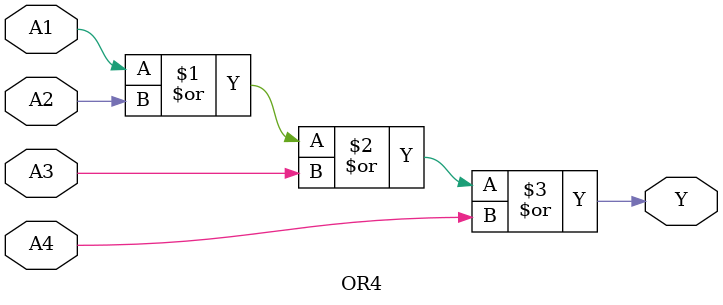
<source format=v>
module OR4 (output Y, input A1, input A2, input A3, input A4);
    assign Y = A1 | A2 | A3 | A4;
endmodule


</source>
